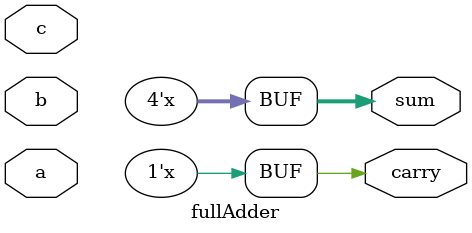
<source format=sv>
module fullAdder(a,b,c,sum,carry);
input logic [3:0] a,b;
input logic c;
output logic [3:0] sum;
output logic carry;
logic [4:0] temp;

always@(a or b or c)
begin
  temp <= a+b+c;
  sum=temp[3:0];
  carry=temp[4];

end 
endmodule:fullAdder

</source>
